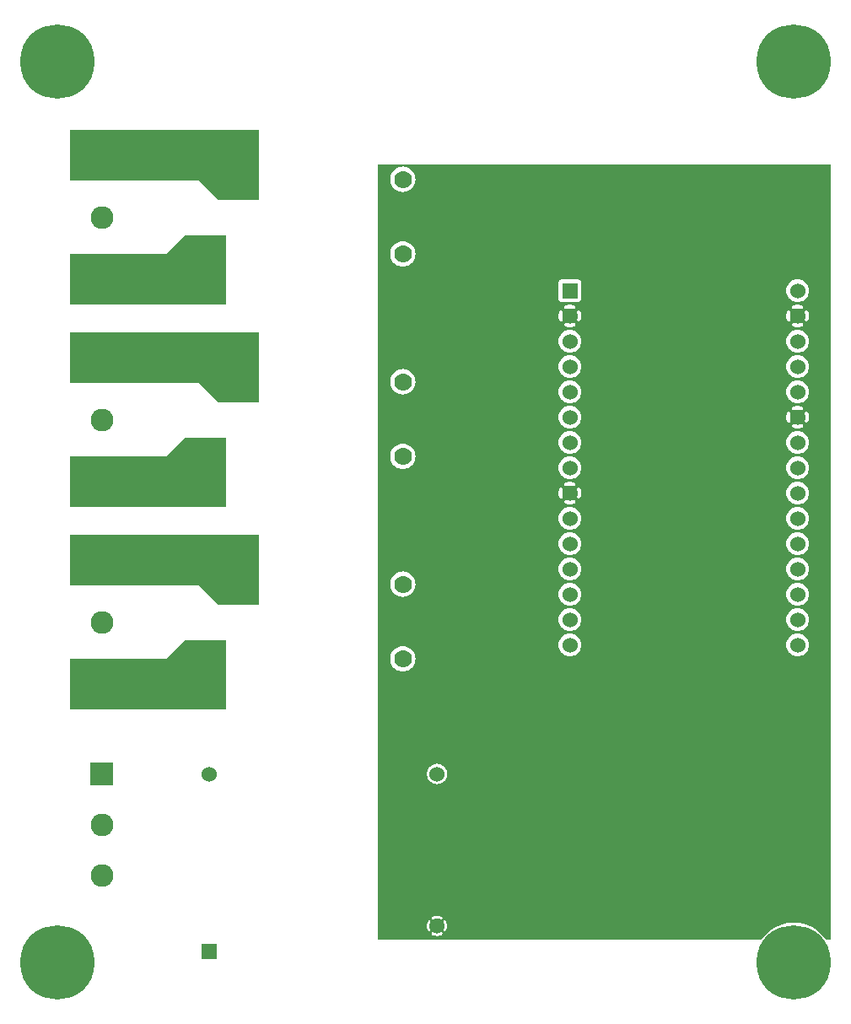
<source format=gbr>
G04 start of page 3 for group 1 idx 1 *
G04 Title: (unknown), bottom *
G04 Creator: pcb 4.0.2 *
G04 CreationDate: Thu Dec 31 16:53:57 2020 UTC *
G04 For: petersen *
G04 Format: Gerber/RS-274X *
G04 PCB-Dimensions (mil): 3250.00 3900.00 *
G04 PCB-Coordinate-Origin: lower left *
%MOIN*%
%FSLAX25Y25*%
%LNBOTTOM*%
%ADD41C,0.0300*%
%ADD40C,0.0380*%
%ADD39C,0.0520*%
%ADD38C,0.0400*%
%ADD37C,0.0550*%
%ADD36C,0.1285*%
%ADD35C,0.0200*%
%ADD34C,0.0360*%
%ADD33C,0.0600*%
%ADD32C,0.0820*%
%ADD31C,0.0700*%
%ADD30C,0.0900*%
%ADD29C,0.2937*%
%ADD28C,0.0001*%
G54D28*G36*
X22000Y246000D02*Y266000D01*
X96500D01*
Y246000D01*
X22000D01*
G37*
G36*
X96500Y238500D02*X80500D01*
X73000Y246000D01*
Y266000D01*
X96500D01*
Y238500D01*
G37*
G36*
X22000Y217000D02*X83000D01*
Y197000D01*
X22000D01*
Y217000D01*
G37*
G36*
Y326000D02*Y346000D01*
X96500D01*
Y326000D01*
X22000D01*
G37*
G36*
X96500Y318500D02*X80500D01*
X73000Y326000D01*
Y346000D01*
X96500D01*
Y318500D01*
G37*
G36*
X22000Y297000D02*X83000D01*
Y277000D01*
X22000D01*
Y297000D01*
G37*
G36*
X83500Y304500D02*Y277000D01*
X60000D01*
Y297000D01*
X67500Y304500D01*
X83500D01*
G37*
G36*
Y224500D02*Y197000D01*
X60000D01*
Y217000D01*
X67500Y224500D01*
X83500D01*
G37*
G36*
X22000Y166000D02*Y186000D01*
X96500D01*
Y166000D01*
X22000D01*
G37*
G36*
X96500Y158500D02*X80500D01*
X73000Y166000D01*
Y186000D01*
X96500D01*
Y158500D01*
G37*
G36*
X313113Y332500D02*X322500D01*
Y26000D01*
X320879D01*
X320728Y26247D01*
X319124Y28124D01*
X317247Y29728D01*
X315142Y31018D01*
X313113Y31858D01*
Y139802D01*
X313152Y139847D01*
X313522Y140451D01*
X313793Y141105D01*
X313958Y141794D01*
X314000Y142500D01*
X313958Y143206D01*
X313793Y143895D01*
X313522Y144549D01*
X313152Y145153D01*
X313113Y145198D01*
Y149802D01*
X313152Y149847D01*
X313522Y150451D01*
X313793Y151105D01*
X313958Y151794D01*
X314000Y152500D01*
X313958Y153206D01*
X313793Y153895D01*
X313522Y154549D01*
X313152Y155153D01*
X313113Y155198D01*
Y159802D01*
X313152Y159847D01*
X313522Y160451D01*
X313793Y161105D01*
X313958Y161794D01*
X314000Y162500D01*
X313958Y163206D01*
X313793Y163895D01*
X313522Y164549D01*
X313152Y165153D01*
X313113Y165198D01*
Y169802D01*
X313152Y169847D01*
X313522Y170451D01*
X313793Y171105D01*
X313958Y171794D01*
X314000Y172500D01*
X313958Y173206D01*
X313793Y173895D01*
X313522Y174549D01*
X313152Y175153D01*
X313113Y175198D01*
Y179802D01*
X313152Y179847D01*
X313522Y180451D01*
X313793Y181105D01*
X313958Y181794D01*
X314000Y182500D01*
X313958Y183206D01*
X313793Y183895D01*
X313522Y184549D01*
X313152Y185153D01*
X313113Y185198D01*
Y189802D01*
X313152Y189847D01*
X313522Y190451D01*
X313793Y191105D01*
X313958Y191794D01*
X314000Y192500D01*
X313958Y193206D01*
X313793Y193895D01*
X313522Y194549D01*
X313152Y195153D01*
X313113Y195198D01*
Y199802D01*
X313152Y199847D01*
X313522Y200451D01*
X313793Y201105D01*
X313958Y201794D01*
X314000Y202500D01*
X313958Y203206D01*
X313793Y203895D01*
X313522Y204549D01*
X313152Y205153D01*
X313113Y205198D01*
Y209802D01*
X313152Y209847D01*
X313522Y210451D01*
X313793Y211105D01*
X313958Y211794D01*
X314000Y212500D01*
X313958Y213206D01*
X313793Y213895D01*
X313522Y214549D01*
X313152Y215153D01*
X313113Y215198D01*
Y219802D01*
X313152Y219847D01*
X313522Y220451D01*
X313793Y221105D01*
X313958Y221794D01*
X314000Y222500D01*
X313958Y223206D01*
X313793Y223895D01*
X313522Y224549D01*
X313152Y225153D01*
X313113Y225198D01*
Y230353D01*
X313156Y230360D01*
X313268Y230397D01*
X313373Y230452D01*
X313468Y230522D01*
X313551Y230606D01*
X313619Y230702D01*
X313670Y230808D01*
X313818Y231216D01*
X313922Y231637D01*
X313984Y232067D01*
X314005Y232500D01*
X313984Y232933D01*
X313922Y233363D01*
X313818Y233784D01*
X313675Y234194D01*
X313622Y234300D01*
X313553Y234396D01*
X313470Y234481D01*
X313375Y234551D01*
X313269Y234606D01*
X313157Y234643D01*
X313113Y234651D01*
Y239802D01*
X313152Y239847D01*
X313522Y240451D01*
X313793Y241105D01*
X313958Y241794D01*
X314000Y242500D01*
X313958Y243206D01*
X313793Y243895D01*
X313522Y244549D01*
X313152Y245153D01*
X313113Y245198D01*
Y249802D01*
X313152Y249847D01*
X313522Y250451D01*
X313793Y251105D01*
X313958Y251794D01*
X314000Y252500D01*
X313958Y253206D01*
X313793Y253895D01*
X313522Y254549D01*
X313152Y255153D01*
X313113Y255198D01*
Y259802D01*
X313152Y259847D01*
X313522Y260451D01*
X313793Y261105D01*
X313958Y261794D01*
X314000Y262500D01*
X313958Y263206D01*
X313793Y263895D01*
X313522Y264549D01*
X313152Y265153D01*
X313113Y265198D01*
Y270353D01*
X313156Y270360D01*
X313268Y270397D01*
X313373Y270452D01*
X313468Y270522D01*
X313551Y270606D01*
X313619Y270702D01*
X313670Y270808D01*
X313818Y271216D01*
X313922Y271637D01*
X313984Y272067D01*
X314005Y272500D01*
X313984Y272933D01*
X313922Y273363D01*
X313818Y273784D01*
X313675Y274194D01*
X313622Y274300D01*
X313553Y274396D01*
X313470Y274481D01*
X313375Y274551D01*
X313269Y274606D01*
X313157Y274643D01*
X313113Y274651D01*
Y279802D01*
X313152Y279847D01*
X313522Y280451D01*
X313793Y281105D01*
X313958Y281794D01*
X314000Y282500D01*
X313958Y283206D01*
X313793Y283895D01*
X313522Y284549D01*
X313152Y285153D01*
X313113Y285198D01*
Y332500D01*
G37*
G36*
Y265198D02*X312692Y265692D01*
X312153Y266152D01*
X311549Y266522D01*
X310895Y266793D01*
X310206Y266958D01*
X309500Y267014D01*
X309493Y267013D01*
Y267995D01*
X309500Y267995D01*
X309933Y268016D01*
X310363Y268078D01*
X310784Y268182D01*
X311194Y268325D01*
X311300Y268378D01*
X311396Y268447D01*
X311481Y268530D01*
X311551Y268625D01*
X311606Y268731D01*
X311643Y268843D01*
X311663Y268960D01*
X311664Y269079D01*
X311646Y269196D01*
X311610Y269309D01*
X311557Y269415D01*
X311488Y269512D01*
X311405Y269596D01*
X311309Y269667D01*
X311204Y269721D01*
X311092Y269759D01*
X310975Y269778D01*
X310856Y269779D01*
X310739Y269761D01*
X310626Y269723D01*
X310355Y269624D01*
X310075Y269556D01*
X309789Y269514D01*
X309500Y269500D01*
X309493Y269500D01*
Y275500D01*
X309500Y275500D01*
X309789Y275486D01*
X310075Y275444D01*
X310355Y275376D01*
X310628Y275280D01*
X310739Y275242D01*
X310856Y275225D01*
X310974Y275225D01*
X311091Y275245D01*
X311203Y275282D01*
X311307Y275336D01*
X311402Y275406D01*
X311485Y275491D01*
X311554Y275587D01*
X311607Y275692D01*
X311643Y275805D01*
X311660Y275921D01*
X311659Y276039D01*
X311640Y276156D01*
X311603Y276268D01*
X311548Y276373D01*
X311478Y276468D01*
X311394Y276551D01*
X311298Y276619D01*
X311192Y276670D01*
X310784Y276818D01*
X310363Y276922D01*
X309933Y276984D01*
X309500Y277005D01*
X309493Y277005D01*
Y277987D01*
X309500Y277986D01*
X310206Y278042D01*
X310895Y278207D01*
X311549Y278478D01*
X312153Y278848D01*
X312692Y279308D01*
X313113Y279802D01*
Y274651D01*
X313040Y274663D01*
X312921Y274664D01*
X312804Y274646D01*
X312691Y274610D01*
X312585Y274557D01*
X312488Y274488D01*
X312404Y274405D01*
X312333Y274309D01*
X312279Y274204D01*
X312241Y274092D01*
X312222Y273975D01*
X312221Y273856D01*
X312239Y273739D01*
X312277Y273626D01*
X312376Y273355D01*
X312444Y273075D01*
X312486Y272789D01*
X312500Y272500D01*
X312486Y272211D01*
X312444Y271925D01*
X312376Y271645D01*
X312280Y271372D01*
X312242Y271261D01*
X312225Y271144D01*
X312225Y271026D01*
X312245Y270909D01*
X312282Y270797D01*
X312336Y270693D01*
X312406Y270598D01*
X312491Y270515D01*
X312587Y270446D01*
X312692Y270393D01*
X312805Y270357D01*
X312921Y270340D01*
X313039Y270341D01*
X313113Y270353D01*
Y265198D01*
G37*
G36*
Y255198D02*X312692Y255692D01*
X312153Y256152D01*
X311549Y256522D01*
X310895Y256793D01*
X310206Y256958D01*
X309500Y257014D01*
X309493Y257013D01*
Y257987D01*
X309500Y257986D01*
X310206Y258042D01*
X310895Y258207D01*
X311549Y258478D01*
X312153Y258848D01*
X312692Y259308D01*
X313113Y259802D01*
Y255198D01*
G37*
G36*
Y245198D02*X312692Y245692D01*
X312153Y246152D01*
X311549Y246522D01*
X310895Y246793D01*
X310206Y246958D01*
X309500Y247014D01*
X309493Y247013D01*
Y247987D01*
X309500Y247986D01*
X310206Y248042D01*
X310895Y248207D01*
X311549Y248478D01*
X312153Y248848D01*
X312692Y249308D01*
X313113Y249802D01*
Y245198D01*
G37*
G36*
Y225198D02*X312692Y225692D01*
X312153Y226152D01*
X311549Y226522D01*
X310895Y226793D01*
X310206Y226958D01*
X309500Y227014D01*
X309493Y227013D01*
Y227995D01*
X309500Y227995D01*
X309933Y228016D01*
X310363Y228078D01*
X310784Y228182D01*
X311194Y228325D01*
X311300Y228378D01*
X311396Y228447D01*
X311481Y228530D01*
X311551Y228625D01*
X311606Y228731D01*
X311643Y228843D01*
X311663Y228960D01*
X311664Y229079D01*
X311646Y229196D01*
X311610Y229309D01*
X311557Y229415D01*
X311488Y229512D01*
X311405Y229596D01*
X311309Y229667D01*
X311204Y229721D01*
X311092Y229759D01*
X310975Y229778D01*
X310856Y229779D01*
X310739Y229761D01*
X310626Y229723D01*
X310355Y229624D01*
X310075Y229556D01*
X309789Y229514D01*
X309500Y229500D01*
X309493Y229500D01*
Y235500D01*
X309500Y235500D01*
X309789Y235486D01*
X310075Y235444D01*
X310355Y235376D01*
X310628Y235280D01*
X310739Y235242D01*
X310856Y235225D01*
X310974Y235225D01*
X311091Y235245D01*
X311203Y235282D01*
X311307Y235336D01*
X311402Y235406D01*
X311485Y235491D01*
X311554Y235587D01*
X311607Y235692D01*
X311643Y235805D01*
X311660Y235921D01*
X311659Y236039D01*
X311640Y236156D01*
X311603Y236268D01*
X311548Y236373D01*
X311478Y236468D01*
X311394Y236551D01*
X311298Y236619D01*
X311192Y236670D01*
X310784Y236818D01*
X310363Y236922D01*
X309933Y236984D01*
X309500Y237005D01*
X309493Y237005D01*
Y237987D01*
X309500Y237986D01*
X310206Y238042D01*
X310895Y238207D01*
X311549Y238478D01*
X312153Y238848D01*
X312692Y239308D01*
X313113Y239802D01*
Y234651D01*
X313040Y234663D01*
X312921Y234664D01*
X312804Y234646D01*
X312691Y234610D01*
X312585Y234557D01*
X312488Y234488D01*
X312404Y234405D01*
X312333Y234309D01*
X312279Y234204D01*
X312241Y234092D01*
X312222Y233975D01*
X312221Y233856D01*
X312239Y233739D01*
X312277Y233626D01*
X312376Y233355D01*
X312444Y233075D01*
X312486Y232789D01*
X312500Y232500D01*
X312486Y232211D01*
X312444Y231925D01*
X312376Y231645D01*
X312280Y231372D01*
X312242Y231261D01*
X312225Y231144D01*
X312225Y231026D01*
X312245Y230909D01*
X312282Y230797D01*
X312336Y230693D01*
X312406Y230598D01*
X312491Y230515D01*
X312587Y230446D01*
X312692Y230393D01*
X312805Y230357D01*
X312921Y230340D01*
X313039Y230341D01*
X313113Y230353D01*
Y225198D01*
G37*
G36*
Y215198D02*X312692Y215692D01*
X312153Y216152D01*
X311549Y216522D01*
X310895Y216793D01*
X310206Y216958D01*
X309500Y217014D01*
X309493Y217013D01*
Y217987D01*
X309500Y217986D01*
X310206Y218042D01*
X310895Y218207D01*
X311549Y218478D01*
X312153Y218848D01*
X312692Y219308D01*
X313113Y219802D01*
Y215198D01*
G37*
G36*
Y205198D02*X312692Y205692D01*
X312153Y206152D01*
X311549Y206522D01*
X310895Y206793D01*
X310206Y206958D01*
X309500Y207014D01*
X309493Y207013D01*
Y207987D01*
X309500Y207986D01*
X310206Y208042D01*
X310895Y208207D01*
X311549Y208478D01*
X312153Y208848D01*
X312692Y209308D01*
X313113Y209802D01*
Y205198D01*
G37*
G36*
Y195198D02*X312692Y195692D01*
X312153Y196152D01*
X311549Y196522D01*
X310895Y196793D01*
X310206Y196958D01*
X309500Y197014D01*
X309493Y197013D01*
Y197987D01*
X309500Y197986D01*
X310206Y198042D01*
X310895Y198207D01*
X311549Y198478D01*
X312153Y198848D01*
X312692Y199308D01*
X313113Y199802D01*
Y195198D01*
G37*
G36*
Y185198D02*X312692Y185692D01*
X312153Y186152D01*
X311549Y186522D01*
X310895Y186793D01*
X310206Y186958D01*
X309500Y187014D01*
X309493Y187013D01*
Y187987D01*
X309500Y187986D01*
X310206Y188042D01*
X310895Y188207D01*
X311549Y188478D01*
X312153Y188848D01*
X312692Y189308D01*
X313113Y189802D01*
Y185198D01*
G37*
G36*
Y175198D02*X312692Y175692D01*
X312153Y176152D01*
X311549Y176522D01*
X310895Y176793D01*
X310206Y176958D01*
X309500Y177014D01*
X309493Y177013D01*
Y177987D01*
X309500Y177986D01*
X310206Y178042D01*
X310895Y178207D01*
X311549Y178478D01*
X312153Y178848D01*
X312692Y179308D01*
X313113Y179802D01*
Y175198D01*
G37*
G36*
Y165198D02*X312692Y165692D01*
X312153Y166152D01*
X311549Y166522D01*
X310895Y166793D01*
X310206Y166958D01*
X309500Y167014D01*
X309493Y167013D01*
Y167987D01*
X309500Y167986D01*
X310206Y168042D01*
X310895Y168207D01*
X311549Y168478D01*
X312153Y168848D01*
X312692Y169308D01*
X313113Y169802D01*
Y165198D01*
G37*
G36*
Y155198D02*X312692Y155692D01*
X312153Y156152D01*
X311549Y156522D01*
X310895Y156793D01*
X310206Y156958D01*
X309500Y157014D01*
X309493Y157013D01*
Y157987D01*
X309500Y157986D01*
X310206Y158042D01*
X310895Y158207D01*
X311549Y158478D01*
X312153Y158848D01*
X312692Y159308D01*
X313113Y159802D01*
Y155198D01*
G37*
G36*
Y145198D02*X312692Y145692D01*
X312153Y146152D01*
X311549Y146522D01*
X310895Y146793D01*
X310206Y146958D01*
X309500Y147014D01*
X309493Y147013D01*
Y147987D01*
X309500Y147986D01*
X310206Y148042D01*
X310895Y148207D01*
X311549Y148478D01*
X312153Y148848D01*
X312692Y149308D01*
X313113Y149802D01*
Y145198D01*
G37*
G36*
Y31858D02*X312862Y31962D01*
X310461Y32539D01*
X309493Y32615D01*
Y137987D01*
X309500Y137986D01*
X310206Y138042D01*
X310895Y138207D01*
X311549Y138478D01*
X312153Y138848D01*
X312692Y139308D01*
X313113Y139802D01*
Y31858D01*
G37*
G36*
X309493Y332500D02*X313113D01*
Y285198D01*
X312692Y285692D01*
X312153Y286152D01*
X311549Y286522D01*
X310895Y286793D01*
X310206Y286958D01*
X309500Y287014D01*
X309493Y287013D01*
Y332500D01*
G37*
G36*
X305887Y139802D02*X306308Y139308D01*
X306847Y138848D01*
X307451Y138478D01*
X308105Y138207D01*
X308794Y138042D01*
X309493Y137987D01*
Y32615D01*
X308000Y32732D01*
X305887Y32566D01*
Y139802D01*
G37*
G36*
Y149802D02*X306308Y149308D01*
X306847Y148848D01*
X307451Y148478D01*
X308105Y148207D01*
X308794Y148042D01*
X309493Y147987D01*
Y147013D01*
X308794Y146958D01*
X308105Y146793D01*
X307451Y146522D01*
X306847Y146152D01*
X306308Y145692D01*
X305887Y145198D01*
Y149802D01*
G37*
G36*
Y159802D02*X306308Y159308D01*
X306847Y158848D01*
X307451Y158478D01*
X308105Y158207D01*
X308794Y158042D01*
X309493Y157987D01*
Y157013D01*
X308794Y156958D01*
X308105Y156793D01*
X307451Y156522D01*
X306847Y156152D01*
X306308Y155692D01*
X305887Y155198D01*
Y159802D01*
G37*
G36*
Y169802D02*X306308Y169308D01*
X306847Y168848D01*
X307451Y168478D01*
X308105Y168207D01*
X308794Y168042D01*
X309493Y167987D01*
Y167013D01*
X308794Y166958D01*
X308105Y166793D01*
X307451Y166522D01*
X306847Y166152D01*
X306308Y165692D01*
X305887Y165198D01*
Y169802D01*
G37*
G36*
Y179802D02*X306308Y179308D01*
X306847Y178848D01*
X307451Y178478D01*
X308105Y178207D01*
X308794Y178042D01*
X309493Y177987D01*
Y177013D01*
X308794Y176958D01*
X308105Y176793D01*
X307451Y176522D01*
X306847Y176152D01*
X306308Y175692D01*
X305887Y175198D01*
Y179802D01*
G37*
G36*
Y189802D02*X306308Y189308D01*
X306847Y188848D01*
X307451Y188478D01*
X308105Y188207D01*
X308794Y188042D01*
X309493Y187987D01*
Y187013D01*
X308794Y186958D01*
X308105Y186793D01*
X307451Y186522D01*
X306847Y186152D01*
X306308Y185692D01*
X305887Y185198D01*
Y189802D01*
G37*
G36*
Y199802D02*X306308Y199308D01*
X306847Y198848D01*
X307451Y198478D01*
X308105Y198207D01*
X308794Y198042D01*
X309493Y197987D01*
Y197013D01*
X308794Y196958D01*
X308105Y196793D01*
X307451Y196522D01*
X306847Y196152D01*
X306308Y195692D01*
X305887Y195198D01*
Y199802D01*
G37*
G36*
Y209802D02*X306308Y209308D01*
X306847Y208848D01*
X307451Y208478D01*
X308105Y208207D01*
X308794Y208042D01*
X309493Y207987D01*
Y207013D01*
X308794Y206958D01*
X308105Y206793D01*
X307451Y206522D01*
X306847Y206152D01*
X306308Y205692D01*
X305887Y205198D01*
Y209802D01*
G37*
G36*
Y219802D02*X306308Y219308D01*
X306847Y218848D01*
X307451Y218478D01*
X308105Y218207D01*
X308794Y218042D01*
X309493Y217987D01*
Y217013D01*
X308794Y216958D01*
X308105Y216793D01*
X307451Y216522D01*
X306847Y216152D01*
X306308Y215692D01*
X305887Y215198D01*
Y219802D01*
G37*
G36*
Y239802D02*X306308Y239308D01*
X306847Y238848D01*
X307451Y238478D01*
X308105Y238207D01*
X308794Y238042D01*
X309493Y237987D01*
Y237005D01*
X309067Y236984D01*
X308637Y236922D01*
X308216Y236818D01*
X307806Y236675D01*
X307700Y236622D01*
X307604Y236553D01*
X307519Y236470D01*
X307449Y236375D01*
X307394Y236269D01*
X307357Y236157D01*
X307337Y236040D01*
X307336Y235921D01*
X307354Y235804D01*
X307390Y235691D01*
X307443Y235585D01*
X307512Y235488D01*
X307595Y235404D01*
X307691Y235333D01*
X307796Y235279D01*
X307908Y235241D01*
X308025Y235222D01*
X308144Y235221D01*
X308261Y235239D01*
X308374Y235277D01*
X308645Y235376D01*
X308925Y235444D01*
X309211Y235486D01*
X309493Y235500D01*
Y229500D01*
X309211Y229514D01*
X308925Y229556D01*
X308645Y229624D01*
X308372Y229720D01*
X308261Y229758D01*
X308144Y229775D01*
X308026Y229775D01*
X307909Y229755D01*
X307797Y229718D01*
X307693Y229664D01*
X307598Y229594D01*
X307515Y229509D01*
X307446Y229413D01*
X307393Y229308D01*
X307357Y229195D01*
X307340Y229079D01*
X307341Y228961D01*
X307360Y228844D01*
X307397Y228732D01*
X307452Y228627D01*
X307522Y228532D01*
X307606Y228449D01*
X307702Y228381D01*
X307808Y228330D01*
X308216Y228182D01*
X308637Y228078D01*
X309067Y228016D01*
X309493Y227995D01*
Y227013D01*
X308794Y226958D01*
X308105Y226793D01*
X307451Y226522D01*
X306847Y226152D01*
X306308Y225692D01*
X305887Y225198D01*
Y230349D01*
X305960Y230337D01*
X306079Y230336D01*
X306196Y230354D01*
X306309Y230390D01*
X306415Y230443D01*
X306512Y230512D01*
X306596Y230595D01*
X306667Y230691D01*
X306721Y230796D01*
X306759Y230908D01*
X306778Y231025D01*
X306779Y231144D01*
X306761Y231261D01*
X306723Y231374D01*
X306624Y231645D01*
X306556Y231925D01*
X306514Y232211D01*
X306500Y232500D01*
X306514Y232789D01*
X306556Y233075D01*
X306624Y233355D01*
X306720Y233628D01*
X306758Y233739D01*
X306775Y233856D01*
X306775Y233974D01*
X306755Y234091D01*
X306718Y234203D01*
X306664Y234307D01*
X306594Y234402D01*
X306509Y234485D01*
X306413Y234554D01*
X306308Y234607D01*
X306195Y234643D01*
X306079Y234660D01*
X305961Y234659D01*
X305887Y234647D01*
Y239802D01*
G37*
G36*
Y249802D02*X306308Y249308D01*
X306847Y248848D01*
X307451Y248478D01*
X308105Y248207D01*
X308794Y248042D01*
X309493Y247987D01*
Y247013D01*
X308794Y246958D01*
X308105Y246793D01*
X307451Y246522D01*
X306847Y246152D01*
X306308Y245692D01*
X305887Y245198D01*
Y249802D01*
G37*
G36*
Y259802D02*X306308Y259308D01*
X306847Y258848D01*
X307451Y258478D01*
X308105Y258207D01*
X308794Y258042D01*
X309493Y257987D01*
Y257013D01*
X308794Y256958D01*
X308105Y256793D01*
X307451Y256522D01*
X306847Y256152D01*
X306308Y255692D01*
X305887Y255198D01*
Y259802D01*
G37*
G36*
Y279802D02*X306308Y279308D01*
X306847Y278848D01*
X307451Y278478D01*
X308105Y278207D01*
X308794Y278042D01*
X309493Y277987D01*
Y277005D01*
X309067Y276984D01*
X308637Y276922D01*
X308216Y276818D01*
X307806Y276675D01*
X307700Y276622D01*
X307604Y276553D01*
X307519Y276470D01*
X307449Y276375D01*
X307394Y276269D01*
X307357Y276157D01*
X307337Y276040D01*
X307336Y275921D01*
X307354Y275804D01*
X307390Y275691D01*
X307443Y275585D01*
X307512Y275488D01*
X307595Y275404D01*
X307691Y275333D01*
X307796Y275279D01*
X307908Y275241D01*
X308025Y275222D01*
X308144Y275221D01*
X308261Y275239D01*
X308374Y275277D01*
X308645Y275376D01*
X308925Y275444D01*
X309211Y275486D01*
X309493Y275500D01*
Y269500D01*
X309211Y269514D01*
X308925Y269556D01*
X308645Y269624D01*
X308372Y269720D01*
X308261Y269758D01*
X308144Y269775D01*
X308026Y269775D01*
X307909Y269755D01*
X307797Y269718D01*
X307693Y269664D01*
X307598Y269594D01*
X307515Y269509D01*
X307446Y269413D01*
X307393Y269308D01*
X307357Y269195D01*
X307340Y269079D01*
X307341Y268961D01*
X307360Y268844D01*
X307397Y268732D01*
X307452Y268627D01*
X307522Y268532D01*
X307606Y268449D01*
X307702Y268381D01*
X307808Y268330D01*
X308216Y268182D01*
X308637Y268078D01*
X309067Y268016D01*
X309493Y267995D01*
Y267013D01*
X308794Y266958D01*
X308105Y266793D01*
X307451Y266522D01*
X306847Y266152D01*
X306308Y265692D01*
X305887Y265198D01*
Y270349D01*
X305960Y270337D01*
X306079Y270336D01*
X306196Y270354D01*
X306309Y270390D01*
X306415Y270443D01*
X306512Y270512D01*
X306596Y270595D01*
X306667Y270691D01*
X306721Y270796D01*
X306759Y270908D01*
X306778Y271025D01*
X306779Y271144D01*
X306761Y271261D01*
X306723Y271374D01*
X306624Y271645D01*
X306556Y271925D01*
X306514Y272211D01*
X306500Y272500D01*
X306514Y272789D01*
X306556Y273075D01*
X306624Y273355D01*
X306720Y273628D01*
X306758Y273739D01*
X306775Y273856D01*
X306775Y273974D01*
X306755Y274091D01*
X306718Y274203D01*
X306664Y274307D01*
X306594Y274402D01*
X306509Y274485D01*
X306413Y274554D01*
X306308Y274607D01*
X306195Y274643D01*
X306079Y274660D01*
X305961Y274659D01*
X305887Y274647D01*
Y279802D01*
G37*
G36*
Y332500D02*X309493D01*
Y287013D01*
X308794Y286958D01*
X308105Y286793D01*
X307451Y286522D01*
X306847Y286152D01*
X306308Y285692D01*
X305887Y285198D01*
Y332500D01*
G37*
G36*
X223113D02*X305887D01*
Y285198D01*
X305848Y285153D01*
X305478Y284549D01*
X305207Y283895D01*
X305042Y283206D01*
X304986Y282500D01*
X305042Y281794D01*
X305207Y281105D01*
X305478Y280451D01*
X305848Y279847D01*
X305887Y279802D01*
Y274647D01*
X305844Y274640D01*
X305732Y274603D01*
X305627Y274548D01*
X305532Y274478D01*
X305449Y274394D01*
X305381Y274298D01*
X305330Y274192D01*
X305182Y273784D01*
X305078Y273363D01*
X305016Y272933D01*
X304995Y272500D01*
X305016Y272067D01*
X305078Y271637D01*
X305182Y271216D01*
X305325Y270806D01*
X305378Y270700D01*
X305447Y270604D01*
X305530Y270519D01*
X305625Y270449D01*
X305731Y270394D01*
X305843Y270357D01*
X305887Y270349D01*
Y265198D01*
X305848Y265153D01*
X305478Y264549D01*
X305207Y263895D01*
X305042Y263206D01*
X304986Y262500D01*
X305042Y261794D01*
X305207Y261105D01*
X305478Y260451D01*
X305848Y259847D01*
X305887Y259802D01*
Y255198D01*
X305848Y255153D01*
X305478Y254549D01*
X305207Y253895D01*
X305042Y253206D01*
X304986Y252500D01*
X305042Y251794D01*
X305207Y251105D01*
X305478Y250451D01*
X305848Y249847D01*
X305887Y249802D01*
Y245198D01*
X305848Y245153D01*
X305478Y244549D01*
X305207Y243895D01*
X305042Y243206D01*
X304986Y242500D01*
X305042Y241794D01*
X305207Y241105D01*
X305478Y240451D01*
X305848Y239847D01*
X305887Y239802D01*
Y234647D01*
X305844Y234640D01*
X305732Y234603D01*
X305627Y234548D01*
X305532Y234478D01*
X305449Y234394D01*
X305381Y234298D01*
X305330Y234192D01*
X305182Y233784D01*
X305078Y233363D01*
X305016Y232933D01*
X304995Y232500D01*
X305016Y232067D01*
X305078Y231637D01*
X305182Y231216D01*
X305325Y230806D01*
X305378Y230700D01*
X305447Y230604D01*
X305530Y230519D01*
X305625Y230449D01*
X305731Y230394D01*
X305843Y230357D01*
X305887Y230349D01*
Y225198D01*
X305848Y225153D01*
X305478Y224549D01*
X305207Y223895D01*
X305042Y223206D01*
X304986Y222500D01*
X305042Y221794D01*
X305207Y221105D01*
X305478Y220451D01*
X305848Y219847D01*
X305887Y219802D01*
Y215198D01*
X305848Y215153D01*
X305478Y214549D01*
X305207Y213895D01*
X305042Y213206D01*
X304986Y212500D01*
X305042Y211794D01*
X305207Y211105D01*
X305478Y210451D01*
X305848Y209847D01*
X305887Y209802D01*
Y205198D01*
X305848Y205153D01*
X305478Y204549D01*
X305207Y203895D01*
X305042Y203206D01*
X304986Y202500D01*
X305042Y201794D01*
X305207Y201105D01*
X305478Y200451D01*
X305848Y199847D01*
X305887Y199802D01*
Y195198D01*
X305848Y195153D01*
X305478Y194549D01*
X305207Y193895D01*
X305042Y193206D01*
X304986Y192500D01*
X305042Y191794D01*
X305207Y191105D01*
X305478Y190451D01*
X305848Y189847D01*
X305887Y189802D01*
Y185198D01*
X305848Y185153D01*
X305478Y184549D01*
X305207Y183895D01*
X305042Y183206D01*
X304986Y182500D01*
X305042Y181794D01*
X305207Y181105D01*
X305478Y180451D01*
X305848Y179847D01*
X305887Y179802D01*
Y175198D01*
X305848Y175153D01*
X305478Y174549D01*
X305207Y173895D01*
X305042Y173206D01*
X304986Y172500D01*
X305042Y171794D01*
X305207Y171105D01*
X305478Y170451D01*
X305848Y169847D01*
X305887Y169802D01*
Y165198D01*
X305848Y165153D01*
X305478Y164549D01*
X305207Y163895D01*
X305042Y163206D01*
X304986Y162500D01*
X305042Y161794D01*
X305207Y161105D01*
X305478Y160451D01*
X305848Y159847D01*
X305887Y159802D01*
Y155198D01*
X305848Y155153D01*
X305478Y154549D01*
X305207Y153895D01*
X305042Y153206D01*
X304986Y152500D01*
X305042Y151794D01*
X305207Y151105D01*
X305478Y150451D01*
X305848Y149847D01*
X305887Y149802D01*
Y145198D01*
X305848Y145153D01*
X305478Y144549D01*
X305207Y143895D01*
X305042Y143206D01*
X304986Y142500D01*
X305042Y141794D01*
X305207Y141105D01*
X305478Y140451D01*
X305848Y139847D01*
X305887Y139802D01*
Y32566D01*
X305539Y32539D01*
X303138Y31962D01*
X300858Y31018D01*
X298753Y29728D01*
X296876Y28124D01*
X295272Y26247D01*
X295121Y26000D01*
X223113D01*
Y139802D01*
X223152Y139847D01*
X223522Y140451D01*
X223793Y141105D01*
X223958Y141794D01*
X224000Y142500D01*
X223958Y143206D01*
X223793Y143895D01*
X223522Y144549D01*
X223152Y145153D01*
X223113Y145198D01*
Y149802D01*
X223152Y149847D01*
X223522Y150451D01*
X223793Y151105D01*
X223958Y151794D01*
X224000Y152500D01*
X223958Y153206D01*
X223793Y153895D01*
X223522Y154549D01*
X223152Y155153D01*
X223113Y155198D01*
Y159802D01*
X223152Y159847D01*
X223522Y160451D01*
X223793Y161105D01*
X223958Y161794D01*
X224000Y162500D01*
X223958Y163206D01*
X223793Y163895D01*
X223522Y164549D01*
X223152Y165153D01*
X223113Y165198D01*
Y169802D01*
X223152Y169847D01*
X223522Y170451D01*
X223793Y171105D01*
X223958Y171794D01*
X224000Y172500D01*
X223958Y173206D01*
X223793Y173895D01*
X223522Y174549D01*
X223152Y175153D01*
X223113Y175198D01*
Y179802D01*
X223152Y179847D01*
X223522Y180451D01*
X223793Y181105D01*
X223958Y181794D01*
X224000Y182500D01*
X223958Y183206D01*
X223793Y183895D01*
X223522Y184549D01*
X223152Y185153D01*
X223113Y185198D01*
Y189802D01*
X223152Y189847D01*
X223522Y190451D01*
X223793Y191105D01*
X223958Y191794D01*
X224000Y192500D01*
X223958Y193206D01*
X223793Y193895D01*
X223522Y194549D01*
X223152Y195153D01*
X223113Y195198D01*
Y200353D01*
X223156Y200360D01*
X223268Y200397D01*
X223373Y200452D01*
X223468Y200522D01*
X223551Y200606D01*
X223619Y200702D01*
X223670Y200808D01*
X223818Y201216D01*
X223922Y201637D01*
X223984Y202067D01*
X224005Y202500D01*
X223984Y202933D01*
X223922Y203363D01*
X223818Y203784D01*
X223675Y204194D01*
X223622Y204300D01*
X223553Y204396D01*
X223470Y204481D01*
X223375Y204551D01*
X223269Y204606D01*
X223157Y204643D01*
X223113Y204651D01*
Y209802D01*
X223152Y209847D01*
X223522Y210451D01*
X223793Y211105D01*
X223958Y211794D01*
X224000Y212500D01*
X223958Y213206D01*
X223793Y213895D01*
X223522Y214549D01*
X223152Y215153D01*
X223113Y215198D01*
Y219802D01*
X223152Y219847D01*
X223522Y220451D01*
X223793Y221105D01*
X223958Y221794D01*
X224000Y222500D01*
X223958Y223206D01*
X223793Y223895D01*
X223522Y224549D01*
X223152Y225153D01*
X223113Y225198D01*
Y229802D01*
X223152Y229847D01*
X223522Y230451D01*
X223793Y231105D01*
X223958Y231794D01*
X224000Y232500D01*
X223958Y233206D01*
X223793Y233895D01*
X223522Y234549D01*
X223152Y235153D01*
X223113Y235198D01*
Y239802D01*
X223152Y239847D01*
X223522Y240451D01*
X223793Y241105D01*
X223958Y241794D01*
X224000Y242500D01*
X223958Y243206D01*
X223793Y243895D01*
X223522Y244549D01*
X223152Y245153D01*
X223113Y245198D01*
Y249802D01*
X223152Y249847D01*
X223522Y250451D01*
X223793Y251105D01*
X223958Y251794D01*
X224000Y252500D01*
X223958Y253206D01*
X223793Y253895D01*
X223522Y254549D01*
X223152Y255153D01*
X223113Y255198D01*
Y259802D01*
X223152Y259847D01*
X223522Y260451D01*
X223793Y261105D01*
X223958Y261794D01*
X224000Y262500D01*
X223958Y263206D01*
X223793Y263895D01*
X223522Y264549D01*
X223152Y265153D01*
X223113Y265198D01*
Y270353D01*
X223156Y270360D01*
X223268Y270397D01*
X223373Y270452D01*
X223468Y270522D01*
X223551Y270606D01*
X223619Y270702D01*
X223670Y270808D01*
X223818Y271216D01*
X223922Y271637D01*
X223984Y272067D01*
X224005Y272500D01*
X223984Y272933D01*
X223922Y273363D01*
X223818Y273784D01*
X223675Y274194D01*
X223622Y274300D01*
X223553Y274396D01*
X223470Y274481D01*
X223375Y274551D01*
X223269Y274606D01*
X223157Y274643D01*
X223113Y274651D01*
Y278130D01*
X223183Y278159D01*
X223384Y278283D01*
X223564Y278436D01*
X223717Y278616D01*
X223841Y278817D01*
X223931Y279035D01*
X223986Y279265D01*
X224000Y279500D01*
X223986Y285735D01*
X223931Y285965D01*
X223841Y286183D01*
X223717Y286384D01*
X223564Y286564D01*
X223384Y286717D01*
X223183Y286841D01*
X223113Y286870D01*
Y332500D01*
G37*
G36*
Y265198D02*X222692Y265692D01*
X222153Y266152D01*
X221549Y266522D01*
X220895Y266793D01*
X220206Y266958D01*
X219500Y267014D01*
Y267995D01*
X219933Y268016D01*
X220363Y268078D01*
X220784Y268182D01*
X221194Y268325D01*
X221300Y268378D01*
X221396Y268447D01*
X221481Y268530D01*
X221551Y268625D01*
X221606Y268731D01*
X221643Y268843D01*
X221663Y268960D01*
X221664Y269079D01*
X221646Y269196D01*
X221610Y269309D01*
X221557Y269415D01*
X221488Y269512D01*
X221405Y269596D01*
X221309Y269667D01*
X221204Y269721D01*
X221092Y269759D01*
X220975Y269778D01*
X220856Y269779D01*
X220739Y269761D01*
X220626Y269723D01*
X220355Y269624D01*
X220075Y269556D01*
X219789Y269514D01*
X219500Y269500D01*
Y275500D01*
X219789Y275486D01*
X220075Y275444D01*
X220355Y275376D01*
X220628Y275280D01*
X220739Y275242D01*
X220856Y275225D01*
X220974Y275225D01*
X221091Y275245D01*
X221203Y275282D01*
X221307Y275336D01*
X221402Y275406D01*
X221485Y275491D01*
X221554Y275587D01*
X221607Y275692D01*
X221643Y275805D01*
X221660Y275921D01*
X221659Y276039D01*
X221640Y276156D01*
X221603Y276268D01*
X221548Y276373D01*
X221478Y276468D01*
X221394Y276551D01*
X221298Y276619D01*
X221192Y276670D01*
X220784Y276818D01*
X220363Y276922D01*
X219933Y276984D01*
X219500Y277005D01*
Y278007D01*
X222735Y278014D01*
X222965Y278069D01*
X223113Y278130D01*
Y274651D01*
X223040Y274663D01*
X222921Y274664D01*
X222804Y274646D01*
X222691Y274610D01*
X222585Y274557D01*
X222488Y274488D01*
X222404Y274405D01*
X222333Y274309D01*
X222279Y274204D01*
X222241Y274092D01*
X222222Y273975D01*
X222221Y273856D01*
X222239Y273739D01*
X222277Y273626D01*
X222376Y273355D01*
X222444Y273075D01*
X222486Y272789D01*
X222500Y272500D01*
X222486Y272211D01*
X222444Y271925D01*
X222376Y271645D01*
X222280Y271372D01*
X222242Y271261D01*
X222225Y271144D01*
X222225Y271026D01*
X222245Y270909D01*
X222282Y270797D01*
X222336Y270693D01*
X222406Y270598D01*
X222491Y270515D01*
X222587Y270446D01*
X222692Y270393D01*
X222805Y270357D01*
X222921Y270340D01*
X223039Y270341D01*
X223113Y270353D01*
Y265198D01*
G37*
G36*
Y255198D02*X222692Y255692D01*
X222153Y256152D01*
X221549Y256522D01*
X220895Y256793D01*
X220206Y256958D01*
X219500Y257014D01*
Y257986D01*
X220206Y258042D01*
X220895Y258207D01*
X221549Y258478D01*
X222153Y258848D01*
X222692Y259308D01*
X223113Y259802D01*
Y255198D01*
G37*
G36*
Y245198D02*X222692Y245692D01*
X222153Y246152D01*
X221549Y246522D01*
X220895Y246793D01*
X220206Y246958D01*
X219500Y247014D01*
Y247986D01*
X220206Y248042D01*
X220895Y248207D01*
X221549Y248478D01*
X222153Y248848D01*
X222692Y249308D01*
X223113Y249802D01*
Y245198D01*
G37*
G36*
Y235198D02*X222692Y235692D01*
X222153Y236152D01*
X221549Y236522D01*
X220895Y236793D01*
X220206Y236958D01*
X219500Y237014D01*
Y237986D01*
X220206Y238042D01*
X220895Y238207D01*
X221549Y238478D01*
X222153Y238848D01*
X222692Y239308D01*
X223113Y239802D01*
Y235198D01*
G37*
G36*
Y225198D02*X222692Y225692D01*
X222153Y226152D01*
X221549Y226522D01*
X220895Y226793D01*
X220206Y226958D01*
X219500Y227014D01*
Y227986D01*
X220206Y228042D01*
X220895Y228207D01*
X221549Y228478D01*
X222153Y228848D01*
X222692Y229308D01*
X223113Y229802D01*
Y225198D01*
G37*
G36*
Y215198D02*X222692Y215692D01*
X222153Y216152D01*
X221549Y216522D01*
X220895Y216793D01*
X220206Y216958D01*
X219500Y217014D01*
Y217986D01*
X220206Y218042D01*
X220895Y218207D01*
X221549Y218478D01*
X222153Y218848D01*
X222692Y219308D01*
X223113Y219802D01*
Y215198D01*
G37*
G36*
Y195198D02*X222692Y195692D01*
X222153Y196152D01*
X221549Y196522D01*
X220895Y196793D01*
X220206Y196958D01*
X219500Y197014D01*
Y197995D01*
X219933Y198016D01*
X220363Y198078D01*
X220784Y198182D01*
X221194Y198325D01*
X221300Y198378D01*
X221396Y198447D01*
X221481Y198530D01*
X221551Y198625D01*
X221606Y198731D01*
X221643Y198843D01*
X221663Y198960D01*
X221664Y199079D01*
X221646Y199196D01*
X221610Y199309D01*
X221557Y199415D01*
X221488Y199512D01*
X221405Y199596D01*
X221309Y199667D01*
X221204Y199721D01*
X221092Y199759D01*
X220975Y199778D01*
X220856Y199779D01*
X220739Y199761D01*
X220626Y199723D01*
X220355Y199624D01*
X220075Y199556D01*
X219789Y199514D01*
X219500Y199500D01*
Y205500D01*
X219789Y205486D01*
X220075Y205444D01*
X220355Y205376D01*
X220628Y205280D01*
X220739Y205242D01*
X220856Y205225D01*
X220974Y205225D01*
X221091Y205245D01*
X221203Y205282D01*
X221307Y205336D01*
X221402Y205406D01*
X221485Y205491D01*
X221554Y205587D01*
X221607Y205692D01*
X221643Y205805D01*
X221660Y205921D01*
X221659Y206039D01*
X221640Y206156D01*
X221603Y206268D01*
X221548Y206373D01*
X221478Y206468D01*
X221394Y206551D01*
X221298Y206619D01*
X221192Y206670D01*
X220784Y206818D01*
X220363Y206922D01*
X219933Y206984D01*
X219500Y207005D01*
Y207986D01*
X220206Y208042D01*
X220895Y208207D01*
X221549Y208478D01*
X222153Y208848D01*
X222692Y209308D01*
X223113Y209802D01*
Y204651D01*
X223040Y204663D01*
X222921Y204664D01*
X222804Y204646D01*
X222691Y204610D01*
X222585Y204557D01*
X222488Y204488D01*
X222404Y204405D01*
X222333Y204309D01*
X222279Y204204D01*
X222241Y204092D01*
X222222Y203975D01*
X222221Y203856D01*
X222239Y203739D01*
X222277Y203626D01*
X222376Y203355D01*
X222444Y203075D01*
X222486Y202789D01*
X222500Y202500D01*
X222486Y202211D01*
X222444Y201925D01*
X222376Y201645D01*
X222280Y201372D01*
X222242Y201261D01*
X222225Y201144D01*
X222225Y201026D01*
X222245Y200909D01*
X222282Y200797D01*
X222336Y200693D01*
X222406Y200598D01*
X222491Y200515D01*
X222587Y200446D01*
X222692Y200393D01*
X222805Y200357D01*
X222921Y200340D01*
X223039Y200341D01*
X223113Y200353D01*
Y195198D01*
G37*
G36*
Y185198D02*X222692Y185692D01*
X222153Y186152D01*
X221549Y186522D01*
X220895Y186793D01*
X220206Y186958D01*
X219500Y187014D01*
Y187986D01*
X220206Y188042D01*
X220895Y188207D01*
X221549Y188478D01*
X222153Y188848D01*
X222692Y189308D01*
X223113Y189802D01*
Y185198D01*
G37*
G36*
Y175198D02*X222692Y175692D01*
X222153Y176152D01*
X221549Y176522D01*
X220895Y176793D01*
X220206Y176958D01*
X219500Y177014D01*
Y177986D01*
X220206Y178042D01*
X220895Y178207D01*
X221549Y178478D01*
X222153Y178848D01*
X222692Y179308D01*
X223113Y179802D01*
Y175198D01*
G37*
G36*
Y165198D02*X222692Y165692D01*
X222153Y166152D01*
X221549Y166522D01*
X220895Y166793D01*
X220206Y166958D01*
X219500Y167014D01*
Y167986D01*
X220206Y168042D01*
X220895Y168207D01*
X221549Y168478D01*
X222153Y168848D01*
X222692Y169308D01*
X223113Y169802D01*
Y165198D01*
G37*
G36*
Y155198D02*X222692Y155692D01*
X222153Y156152D01*
X221549Y156522D01*
X220895Y156793D01*
X220206Y156958D01*
X219500Y157014D01*
Y157986D01*
X220206Y158042D01*
X220895Y158207D01*
X221549Y158478D01*
X222153Y158848D01*
X222692Y159308D01*
X223113Y159802D01*
Y155198D01*
G37*
G36*
Y145198D02*X222692Y145692D01*
X222153Y146152D01*
X221549Y146522D01*
X220895Y146793D01*
X220206Y146958D01*
X219500Y147014D01*
Y147986D01*
X220206Y148042D01*
X220895Y148207D01*
X221549Y148478D01*
X222153Y148848D01*
X222692Y149308D01*
X223113Y149802D01*
Y145198D01*
G37*
G36*
Y26000D02*X219500D01*
Y137986D01*
X220206Y138042D01*
X220895Y138207D01*
X221549Y138478D01*
X222153Y138848D01*
X222692Y139308D01*
X223113Y139802D01*
Y26000D01*
G37*
G36*
X219500Y332500D02*X223113D01*
Y286870D01*
X222965Y286931D01*
X222735Y286986D01*
X222500Y287000D01*
X219500Y286993D01*
Y332500D01*
G37*
G36*
X215887Y139802D02*X216308Y139308D01*
X216847Y138848D01*
X217451Y138478D01*
X218105Y138207D01*
X218794Y138042D01*
X219500Y137986D01*
Y26000D01*
X215887D01*
Y139802D01*
G37*
G36*
Y149802D02*X216308Y149308D01*
X216847Y148848D01*
X217451Y148478D01*
X218105Y148207D01*
X218794Y148042D01*
X219500Y147986D01*
Y147014D01*
X218794Y146958D01*
X218105Y146793D01*
X217451Y146522D01*
X216847Y146152D01*
X216308Y145692D01*
X215887Y145198D01*
Y149802D01*
G37*
G36*
Y159802D02*X216308Y159308D01*
X216847Y158848D01*
X217451Y158478D01*
X218105Y158207D01*
X218794Y158042D01*
X219500Y157986D01*
Y157014D01*
X218794Y156958D01*
X218105Y156793D01*
X217451Y156522D01*
X216847Y156152D01*
X216308Y155692D01*
X215887Y155198D01*
Y159802D01*
G37*
G36*
Y169802D02*X216308Y169308D01*
X216847Y168848D01*
X217451Y168478D01*
X218105Y168207D01*
X218794Y168042D01*
X219500Y167986D01*
Y167014D01*
X218794Y166958D01*
X218105Y166793D01*
X217451Y166522D01*
X216847Y166152D01*
X216308Y165692D01*
X215887Y165198D01*
Y169802D01*
G37*
G36*
Y179802D02*X216308Y179308D01*
X216847Y178848D01*
X217451Y178478D01*
X218105Y178207D01*
X218794Y178042D01*
X219500Y177986D01*
Y177014D01*
X218794Y176958D01*
X218105Y176793D01*
X217451Y176522D01*
X216847Y176152D01*
X216308Y175692D01*
X215887Y175198D01*
Y179802D01*
G37*
G36*
Y189802D02*X216308Y189308D01*
X216847Y188848D01*
X217451Y188478D01*
X218105Y188207D01*
X218794Y188042D01*
X219500Y187986D01*
Y187014D01*
X218794Y186958D01*
X218105Y186793D01*
X217451Y186522D01*
X216847Y186152D01*
X216308Y185692D01*
X215887Y185198D01*
Y189802D01*
G37*
G36*
Y209802D02*X216308Y209308D01*
X216847Y208848D01*
X217451Y208478D01*
X218105Y208207D01*
X218794Y208042D01*
X219500Y207986D01*
Y207005D01*
X219067Y206984D01*
X218637Y206922D01*
X218216Y206818D01*
X217806Y206675D01*
X217700Y206622D01*
X217604Y206553D01*
X217519Y206470D01*
X217449Y206375D01*
X217394Y206269D01*
X217357Y206157D01*
X217337Y206040D01*
X217336Y205921D01*
X217354Y205804D01*
X217390Y205691D01*
X217443Y205585D01*
X217512Y205488D01*
X217595Y205404D01*
X217691Y205333D01*
X217796Y205279D01*
X217908Y205241D01*
X218025Y205222D01*
X218144Y205221D01*
X218261Y205239D01*
X218374Y205277D01*
X218645Y205376D01*
X218925Y205444D01*
X219211Y205486D01*
X219500Y205500D01*
Y199500D01*
X219211Y199514D01*
X218925Y199556D01*
X218645Y199624D01*
X218372Y199720D01*
X218261Y199758D01*
X218144Y199775D01*
X218026Y199775D01*
X217909Y199755D01*
X217797Y199718D01*
X217693Y199664D01*
X217598Y199594D01*
X217515Y199509D01*
X217446Y199413D01*
X217393Y199308D01*
X217357Y199195D01*
X217340Y199079D01*
X217341Y198961D01*
X217360Y198844D01*
X217397Y198732D01*
X217452Y198627D01*
X217522Y198532D01*
X217606Y198449D01*
X217702Y198381D01*
X217808Y198330D01*
X218216Y198182D01*
X218637Y198078D01*
X219067Y198016D01*
X219500Y197995D01*
Y197014D01*
X218794Y196958D01*
X218105Y196793D01*
X217451Y196522D01*
X216847Y196152D01*
X216308Y195692D01*
X215887Y195198D01*
Y200349D01*
X215960Y200337D01*
X216079Y200336D01*
X216196Y200354D01*
X216309Y200390D01*
X216415Y200443D01*
X216512Y200512D01*
X216596Y200595D01*
X216667Y200691D01*
X216721Y200796D01*
X216759Y200908D01*
X216778Y201025D01*
X216779Y201144D01*
X216761Y201261D01*
X216723Y201374D01*
X216624Y201645D01*
X216556Y201925D01*
X216514Y202211D01*
X216500Y202500D01*
X216514Y202789D01*
X216556Y203075D01*
X216624Y203355D01*
X216720Y203628D01*
X216758Y203739D01*
X216775Y203856D01*
X216775Y203974D01*
X216755Y204091D01*
X216718Y204203D01*
X216664Y204307D01*
X216594Y204402D01*
X216509Y204485D01*
X216413Y204554D01*
X216308Y204607D01*
X216195Y204643D01*
X216079Y204660D01*
X215961Y204659D01*
X215887Y204647D01*
Y209802D01*
G37*
G36*
Y219802D02*X216308Y219308D01*
X216847Y218848D01*
X217451Y218478D01*
X218105Y218207D01*
X218794Y218042D01*
X219500Y217986D01*
Y217014D01*
X218794Y216958D01*
X218105Y216793D01*
X217451Y216522D01*
X216847Y216152D01*
X216308Y215692D01*
X215887Y215198D01*
Y219802D01*
G37*
G36*
Y229802D02*X216308Y229308D01*
X216847Y228848D01*
X217451Y228478D01*
X218105Y228207D01*
X218794Y228042D01*
X219500Y227986D01*
Y227014D01*
X218794Y226958D01*
X218105Y226793D01*
X217451Y226522D01*
X216847Y226152D01*
X216308Y225692D01*
X215887Y225198D01*
Y229802D01*
G37*
G36*
Y239802D02*X216308Y239308D01*
X216847Y238848D01*
X217451Y238478D01*
X218105Y238207D01*
X218794Y238042D01*
X219500Y237986D01*
Y237014D01*
X218794Y236958D01*
X218105Y236793D01*
X217451Y236522D01*
X216847Y236152D01*
X216308Y235692D01*
X215887Y235198D01*
Y239802D01*
G37*
G36*
Y249802D02*X216308Y249308D01*
X216847Y248848D01*
X217451Y248478D01*
X218105Y248207D01*
X218794Y248042D01*
X219500Y247986D01*
Y247014D01*
X218794Y246958D01*
X218105Y246793D01*
X217451Y246522D01*
X216847Y246152D01*
X216308Y245692D01*
X215887Y245198D01*
Y249802D01*
G37*
G36*
Y259802D02*X216308Y259308D01*
X216847Y258848D01*
X217451Y258478D01*
X218105Y258207D01*
X218794Y258042D01*
X219500Y257986D01*
Y257014D01*
X218794Y256958D01*
X218105Y256793D01*
X217451Y256522D01*
X216847Y256152D01*
X216308Y255692D01*
X215887Y255198D01*
Y259802D01*
G37*
G36*
Y278130D02*X216035Y278069D01*
X216265Y278014D01*
X216500Y278000D01*
X219500Y278007D01*
Y277005D01*
X219067Y276984D01*
X218637Y276922D01*
X218216Y276818D01*
X217806Y276675D01*
X217700Y276622D01*
X217604Y276553D01*
X217519Y276470D01*
X217449Y276375D01*
X217394Y276269D01*
X217357Y276157D01*
X217337Y276040D01*
X217336Y275921D01*
X217354Y275804D01*
X217390Y275691D01*
X217443Y275585D01*
X217512Y275488D01*
X217595Y275404D01*
X217691Y275333D01*
X217796Y275279D01*
X217908Y275241D01*
X218025Y275222D01*
X218144Y275221D01*
X218261Y275239D01*
X218374Y275277D01*
X218645Y275376D01*
X218925Y275444D01*
X219211Y275486D01*
X219500Y275500D01*
Y269500D01*
X219211Y269514D01*
X218925Y269556D01*
X218645Y269624D01*
X218372Y269720D01*
X218261Y269758D01*
X218144Y269775D01*
X218026Y269775D01*
X217909Y269755D01*
X217797Y269718D01*
X217693Y269664D01*
X217598Y269594D01*
X217515Y269509D01*
X217446Y269413D01*
X217393Y269308D01*
X217357Y269195D01*
X217340Y269079D01*
X217341Y268961D01*
X217360Y268844D01*
X217397Y268732D01*
X217452Y268627D01*
X217522Y268532D01*
X217606Y268449D01*
X217702Y268381D01*
X217808Y268330D01*
X218216Y268182D01*
X218637Y268078D01*
X219067Y268016D01*
X219500Y267995D01*
Y267014D01*
X218794Y266958D01*
X218105Y266793D01*
X217451Y266522D01*
X216847Y266152D01*
X216308Y265692D01*
X215887Y265198D01*
Y270349D01*
X215960Y270337D01*
X216079Y270336D01*
X216196Y270354D01*
X216309Y270390D01*
X216415Y270443D01*
X216512Y270512D01*
X216596Y270595D01*
X216667Y270691D01*
X216721Y270796D01*
X216759Y270908D01*
X216778Y271025D01*
X216779Y271144D01*
X216761Y271261D01*
X216723Y271374D01*
X216624Y271645D01*
X216556Y271925D01*
X216514Y272211D01*
X216500Y272500D01*
X216514Y272789D01*
X216556Y273075D01*
X216624Y273355D01*
X216720Y273628D01*
X216758Y273739D01*
X216775Y273856D01*
X216775Y273974D01*
X216755Y274091D01*
X216718Y274203D01*
X216664Y274307D01*
X216594Y274402D01*
X216509Y274485D01*
X216413Y274554D01*
X216308Y274607D01*
X216195Y274643D01*
X216079Y274660D01*
X215961Y274659D01*
X215887Y274647D01*
Y278130D01*
G37*
G36*
Y332500D02*X219500D01*
Y286993D01*
X216265Y286986D01*
X216035Y286931D01*
X215887Y286870D01*
Y332500D01*
G37*
G36*
X170284D02*X215887D01*
Y286870D01*
X215817Y286841D01*
X215616Y286717D01*
X215436Y286564D01*
X215283Y286384D01*
X215159Y286183D01*
X215069Y285965D01*
X215014Y285735D01*
X215000Y285500D01*
X215014Y279265D01*
X215069Y279035D01*
X215159Y278817D01*
X215283Y278616D01*
X215436Y278436D01*
X215616Y278283D01*
X215817Y278159D01*
X215887Y278130D01*
Y274647D01*
X215844Y274640D01*
X215732Y274603D01*
X215627Y274548D01*
X215532Y274478D01*
X215449Y274394D01*
X215381Y274298D01*
X215330Y274192D01*
X215182Y273784D01*
X215078Y273363D01*
X215016Y272933D01*
X214995Y272500D01*
X215016Y272067D01*
X215078Y271637D01*
X215182Y271216D01*
X215325Y270806D01*
X215378Y270700D01*
X215447Y270604D01*
X215530Y270519D01*
X215625Y270449D01*
X215731Y270394D01*
X215843Y270357D01*
X215887Y270349D01*
Y265198D01*
X215848Y265153D01*
X215478Y264549D01*
X215207Y263895D01*
X215042Y263206D01*
X214986Y262500D01*
X215042Y261794D01*
X215207Y261105D01*
X215478Y260451D01*
X215848Y259847D01*
X215887Y259802D01*
Y255198D01*
X215848Y255153D01*
X215478Y254549D01*
X215207Y253895D01*
X215042Y253206D01*
X214986Y252500D01*
X215042Y251794D01*
X215207Y251105D01*
X215478Y250451D01*
X215848Y249847D01*
X215887Y249802D01*
Y245198D01*
X215848Y245153D01*
X215478Y244549D01*
X215207Y243895D01*
X215042Y243206D01*
X214986Y242500D01*
X215042Y241794D01*
X215207Y241105D01*
X215478Y240451D01*
X215848Y239847D01*
X215887Y239802D01*
Y235198D01*
X215848Y235153D01*
X215478Y234549D01*
X215207Y233895D01*
X215042Y233206D01*
X214986Y232500D01*
X215042Y231794D01*
X215207Y231105D01*
X215478Y230451D01*
X215848Y229847D01*
X215887Y229802D01*
Y225198D01*
X215848Y225153D01*
X215478Y224549D01*
X215207Y223895D01*
X215042Y223206D01*
X214986Y222500D01*
X215042Y221794D01*
X215207Y221105D01*
X215478Y220451D01*
X215848Y219847D01*
X215887Y219802D01*
Y215198D01*
X215848Y215153D01*
X215478Y214549D01*
X215207Y213895D01*
X215042Y213206D01*
X214986Y212500D01*
X215042Y211794D01*
X215207Y211105D01*
X215478Y210451D01*
X215848Y209847D01*
X215887Y209802D01*
Y204647D01*
X215844Y204640D01*
X215732Y204603D01*
X215627Y204548D01*
X215532Y204478D01*
X215449Y204394D01*
X215381Y204298D01*
X215330Y204192D01*
X215182Y203784D01*
X215078Y203363D01*
X215016Y202933D01*
X214995Y202500D01*
X215016Y202067D01*
X215078Y201637D01*
X215182Y201216D01*
X215325Y200806D01*
X215378Y200700D01*
X215447Y200604D01*
X215530Y200519D01*
X215625Y200449D01*
X215731Y200394D01*
X215843Y200357D01*
X215887Y200349D01*
Y195198D01*
X215848Y195153D01*
X215478Y194549D01*
X215207Y193895D01*
X215042Y193206D01*
X214986Y192500D01*
X215042Y191794D01*
X215207Y191105D01*
X215478Y190451D01*
X215848Y189847D01*
X215887Y189802D01*
Y185198D01*
X215848Y185153D01*
X215478Y184549D01*
X215207Y183895D01*
X215042Y183206D01*
X214986Y182500D01*
X215042Y181794D01*
X215207Y181105D01*
X215478Y180451D01*
X215848Y179847D01*
X215887Y179802D01*
Y175198D01*
X215848Y175153D01*
X215478Y174549D01*
X215207Y173895D01*
X215042Y173206D01*
X214986Y172500D01*
X215042Y171794D01*
X215207Y171105D01*
X215478Y170451D01*
X215848Y169847D01*
X215887Y169802D01*
Y165198D01*
X215848Y165153D01*
X215478Y164549D01*
X215207Y163895D01*
X215042Y163206D01*
X214986Y162500D01*
X215042Y161794D01*
X215207Y161105D01*
X215478Y160451D01*
X215848Y159847D01*
X215887Y159802D01*
Y155198D01*
X215848Y155153D01*
X215478Y154549D01*
X215207Y153895D01*
X215042Y153206D01*
X214986Y152500D01*
X215042Y151794D01*
X215207Y151105D01*
X215478Y150451D01*
X215848Y149847D01*
X215887Y149802D01*
Y145198D01*
X215848Y145153D01*
X215478Y144549D01*
X215207Y143895D01*
X215042Y143206D01*
X214986Y142500D01*
X215042Y141794D01*
X215207Y141105D01*
X215478Y140451D01*
X215848Y139847D01*
X215887Y139802D01*
Y26000D01*
X170284D01*
Y29369D01*
X170287Y29370D01*
X170355Y29409D01*
X170416Y29458D01*
X170469Y29517D01*
X170511Y29583D01*
X170674Y29908D01*
X170803Y30248D01*
X170901Y30598D01*
X170967Y30956D01*
X171000Y31318D01*
Y31682D01*
X170967Y32044D01*
X170901Y32402D01*
X170803Y32752D01*
X170674Y33092D01*
X170515Y33419D01*
X170472Y33485D01*
X170419Y33544D01*
X170357Y33594D01*
X170288Y33633D01*
X170284Y33635D01*
Y89203D01*
X170575Y89678D01*
X170816Y90260D01*
X170963Y90872D01*
X171000Y91500D01*
X170963Y92128D01*
X170816Y92740D01*
X170575Y93322D01*
X170284Y93797D01*
Y332500D01*
G37*
G36*
Y26000D02*X167002D01*
Y27500D01*
X167182D01*
X167544Y27533D01*
X167902Y27599D01*
X168252Y27697D01*
X168592Y27826D01*
X168919Y27985D01*
X168985Y28028D01*
X169044Y28081D01*
X169094Y28143D01*
X169133Y28212D01*
X169161Y28286D01*
X169177Y28363D01*
X169181Y28442D01*
X169173Y28521D01*
X169152Y28597D01*
X169120Y28670D01*
X169077Y28736D01*
X169024Y28795D01*
X168962Y28844D01*
X168893Y28884D01*
X168819Y28912D01*
X168742Y28928D01*
X168663Y28932D01*
X168584Y28924D01*
X168507Y28903D01*
X168436Y28870D01*
X168193Y28747D01*
X167938Y28650D01*
X167676Y28577D01*
X167408Y28528D01*
X167136Y28503D01*
X167002D01*
Y34497D01*
X167136D01*
X167408Y34472D01*
X167676Y34423D01*
X167938Y34350D01*
X168193Y34253D01*
X168437Y34133D01*
X168509Y34100D01*
X168584Y34079D01*
X168663Y34071D01*
X168741Y34075D01*
X168818Y34091D01*
X168892Y34119D01*
X168960Y34158D01*
X169021Y34207D01*
X169074Y34266D01*
X169117Y34332D01*
X169149Y34404D01*
X169170Y34480D01*
X169178Y34558D01*
X169174Y34636D01*
X169158Y34713D01*
X169130Y34787D01*
X169091Y34855D01*
X169042Y34916D01*
X168983Y34969D01*
X168917Y35011D01*
X168592Y35174D01*
X168252Y35303D01*
X167902Y35401D01*
X167544Y35467D01*
X167182Y35500D01*
X167002D01*
Y87488D01*
X167628Y87537D01*
X168240Y87684D01*
X168822Y87925D01*
X169358Y88254D01*
X169837Y88663D01*
X170246Y89142D01*
X170284Y89203D01*
Y33635D01*
X170214Y33661D01*
X170137Y33677D01*
X170058Y33681D01*
X169979Y33673D01*
X169903Y33652D01*
X169830Y33620D01*
X169764Y33577D01*
X169705Y33524D01*
X169656Y33462D01*
X169616Y33393D01*
X169588Y33319D01*
X169572Y33242D01*
X169568Y33163D01*
X169576Y33084D01*
X169597Y33007D01*
X169630Y32936D01*
X169753Y32693D01*
X169850Y32438D01*
X169923Y32176D01*
X169972Y31908D01*
X169997Y31636D01*
Y31364D01*
X169972Y31092D01*
X169923Y30824D01*
X169850Y30562D01*
X169753Y30307D01*
X169633Y30063D01*
X169600Y29991D01*
X169579Y29915D01*
X169571Y29837D01*
X169575Y29759D01*
X169591Y29682D01*
X169619Y29608D01*
X169658Y29540D01*
X169707Y29479D01*
X169766Y29426D01*
X169832Y29383D01*
X169904Y29351D01*
X169980Y29330D01*
X170058Y29322D01*
X170136Y29326D01*
X170213Y29342D01*
X170284Y29369D01*
Y26000D01*
G37*
G36*
X167002Y332500D02*X170284D01*
Y93797D01*
X170246Y93858D01*
X169837Y94337D01*
X169358Y94746D01*
X168822Y95075D01*
X168240Y95316D01*
X167628Y95463D01*
X167002Y95512D01*
Y332500D01*
G37*
G36*
X163716Y89203D02*X163754Y89142D01*
X164163Y88663D01*
X164642Y88254D01*
X165178Y87925D01*
X165760Y87684D01*
X166372Y87537D01*
X167000Y87488D01*
X167002Y87488D01*
Y35500D01*
X166818D01*
X166456Y35467D01*
X166098Y35401D01*
X165748Y35303D01*
X165408Y35174D01*
X165081Y35015D01*
X165015Y34972D01*
X164956Y34919D01*
X164906Y34857D01*
X164867Y34788D01*
X164839Y34714D01*
X164823Y34637D01*
X164819Y34558D01*
X164827Y34479D01*
X164848Y34403D01*
X164880Y34330D01*
X164923Y34264D01*
X164976Y34205D01*
X165038Y34156D01*
X165107Y34116D01*
X165181Y34088D01*
X165258Y34072D01*
X165337Y34068D01*
X165416Y34076D01*
X165493Y34097D01*
X165564Y34130D01*
X165807Y34253D01*
X166062Y34350D01*
X166324Y34423D01*
X166592Y34472D01*
X166864Y34497D01*
X167002D01*
Y28503D01*
X166864D01*
X166592Y28528D01*
X166324Y28577D01*
X166062Y28650D01*
X165807Y28747D01*
X165563Y28867D01*
X165491Y28900D01*
X165415Y28921D01*
X165337Y28929D01*
X165259Y28925D01*
X165182Y28909D01*
X165108Y28881D01*
X165040Y28842D01*
X164979Y28793D01*
X164926Y28734D01*
X164883Y28668D01*
X164851Y28596D01*
X164830Y28520D01*
X164822Y28442D01*
X164826Y28364D01*
X164842Y28287D01*
X164870Y28213D01*
X164909Y28145D01*
X164958Y28084D01*
X165017Y28031D01*
X165083Y27989D01*
X165408Y27826D01*
X165748Y27697D01*
X166098Y27599D01*
X166456Y27533D01*
X166818Y27500D01*
X167002D01*
Y26000D01*
X163716D01*
Y29365D01*
X163786Y29339D01*
X163863Y29323D01*
X163942Y29319D01*
X164021Y29327D01*
X164097Y29348D01*
X164170Y29380D01*
X164236Y29423D01*
X164295Y29476D01*
X164344Y29538D01*
X164384Y29607D01*
X164412Y29681D01*
X164428Y29758D01*
X164432Y29837D01*
X164424Y29916D01*
X164403Y29993D01*
X164370Y30064D01*
X164247Y30307D01*
X164150Y30562D01*
X164077Y30824D01*
X164028Y31092D01*
X164003Y31364D01*
Y31636D01*
X164028Y31908D01*
X164077Y32176D01*
X164150Y32438D01*
X164247Y32693D01*
X164367Y32937D01*
X164400Y33009D01*
X164421Y33085D01*
X164429Y33163D01*
X164425Y33241D01*
X164409Y33318D01*
X164381Y33392D01*
X164342Y33460D01*
X164293Y33521D01*
X164234Y33574D01*
X164168Y33617D01*
X164096Y33649D01*
X164020Y33670D01*
X163942Y33678D01*
X163864Y33674D01*
X163787Y33658D01*
X163716Y33631D01*
Y89203D01*
G37*
G36*
Y332500D02*X167002D01*
Y95512D01*
X167000Y95512D01*
X166372Y95463D01*
X165760Y95316D01*
X165178Y95075D01*
X164642Y94746D01*
X164163Y94337D01*
X163754Y93858D01*
X163716Y93797D01*
Y332500D01*
G37*
G36*
X153492D02*X163716D01*
Y93797D01*
X163425Y93322D01*
X163184Y92740D01*
X163037Y92128D01*
X162988Y91500D01*
X163037Y90872D01*
X163184Y90260D01*
X163425Y89678D01*
X163716Y89203D01*
Y33631D01*
X163713Y33630D01*
X163645Y33591D01*
X163584Y33542D01*
X163531Y33483D01*
X163489Y33417D01*
X163326Y33092D01*
X163197Y32752D01*
X163099Y32402D01*
X163033Y32044D01*
X163000Y31682D01*
Y31318D01*
X163033Y30956D01*
X163099Y30598D01*
X163197Y30248D01*
X163326Y29908D01*
X163485Y29581D01*
X163528Y29515D01*
X163581Y29456D01*
X163643Y29406D01*
X163712Y29367D01*
X163716Y29365D01*
Y26000D01*
X153492D01*
Y131958D01*
X153500Y131957D01*
X154285Y132019D01*
X155050Y132202D01*
X155777Y132504D01*
X156448Y132915D01*
X157046Y133426D01*
X157558Y134024D01*
X157969Y134695D01*
X158270Y135423D01*
X158454Y136188D01*
X158500Y136972D01*
X158454Y137757D01*
X158270Y138522D01*
X157969Y139249D01*
X157558Y139920D01*
X157046Y140519D01*
X156448Y141030D01*
X155777Y141441D01*
X155050Y141742D01*
X154285Y141926D01*
X153500Y141988D01*
X153492Y141987D01*
Y161485D01*
X153500Y161485D01*
X154285Y161546D01*
X155050Y161730D01*
X155777Y162031D01*
X156448Y162442D01*
X157046Y162954D01*
X157558Y163552D01*
X157969Y164223D01*
X158270Y164950D01*
X158454Y165715D01*
X158500Y166500D01*
X158454Y167285D01*
X158270Y168050D01*
X157969Y168777D01*
X157558Y169448D01*
X157046Y170046D01*
X156448Y170558D01*
X155777Y170969D01*
X155050Y171270D01*
X154285Y171454D01*
X153500Y171515D01*
X153492Y171515D01*
Y211958D01*
X153500Y211957D01*
X154285Y212019D01*
X155050Y212202D01*
X155777Y212504D01*
X156448Y212915D01*
X157046Y213426D01*
X157558Y214024D01*
X157969Y214695D01*
X158270Y215423D01*
X158454Y216188D01*
X158500Y216972D01*
X158454Y217757D01*
X158270Y218522D01*
X157969Y219249D01*
X157558Y219920D01*
X157046Y220519D01*
X156448Y221030D01*
X155777Y221441D01*
X155050Y221742D01*
X154285Y221926D01*
X153500Y221988D01*
X153492Y221987D01*
Y241485D01*
X153500Y241485D01*
X154285Y241546D01*
X155050Y241730D01*
X155777Y242031D01*
X156448Y242442D01*
X157046Y242954D01*
X157558Y243552D01*
X157969Y244223D01*
X158270Y244950D01*
X158454Y245715D01*
X158500Y246500D01*
X158454Y247285D01*
X158270Y248050D01*
X157969Y248777D01*
X157558Y249448D01*
X157046Y250046D01*
X156448Y250558D01*
X155777Y250969D01*
X155050Y251270D01*
X154285Y251454D01*
X153500Y251515D01*
X153492Y251515D01*
Y291958D01*
X153500Y291957D01*
X154285Y292019D01*
X155050Y292202D01*
X155777Y292504D01*
X156448Y292915D01*
X157046Y293426D01*
X157558Y294024D01*
X157969Y294695D01*
X158270Y295423D01*
X158454Y296188D01*
X158500Y296972D01*
X158454Y297757D01*
X158270Y298522D01*
X157969Y299249D01*
X157558Y299920D01*
X157046Y300519D01*
X156448Y301030D01*
X155777Y301441D01*
X155050Y301742D01*
X154285Y301926D01*
X153500Y301988D01*
X153492Y301987D01*
Y321485D01*
X153500Y321485D01*
X154285Y321546D01*
X155050Y321730D01*
X155777Y322031D01*
X156448Y322442D01*
X157046Y322954D01*
X157558Y323552D01*
X157969Y324223D01*
X158270Y324950D01*
X158454Y325715D01*
X158500Y326500D01*
X158454Y327285D01*
X158270Y328050D01*
X157969Y328777D01*
X157558Y329448D01*
X157046Y330046D01*
X156448Y330558D01*
X155777Y330969D01*
X155050Y331270D01*
X154285Y331454D01*
X153500Y331515D01*
X153492Y331515D01*
Y332500D01*
G37*
G36*
X143500Y26000D02*Y332500D01*
X153492D01*
Y331515D01*
X152715Y331454D01*
X151950Y331270D01*
X151223Y330969D01*
X150552Y330558D01*
X149954Y330046D01*
X149442Y329448D01*
X149031Y328777D01*
X148730Y328050D01*
X148546Y327285D01*
X148485Y326500D01*
X148546Y325715D01*
X148730Y324950D01*
X149031Y324223D01*
X149442Y323552D01*
X149954Y322954D01*
X150552Y322442D01*
X151223Y322031D01*
X151950Y321730D01*
X152715Y321546D01*
X153492Y321485D01*
Y301987D01*
X152715Y301926D01*
X151950Y301742D01*
X151223Y301441D01*
X150552Y301030D01*
X149954Y300519D01*
X149442Y299920D01*
X149031Y299249D01*
X148730Y298522D01*
X148546Y297757D01*
X148485Y296972D01*
X148546Y296188D01*
X148730Y295423D01*
X149031Y294695D01*
X149442Y294024D01*
X149954Y293426D01*
X150552Y292915D01*
X151223Y292504D01*
X151950Y292202D01*
X152715Y292019D01*
X153492Y291958D01*
Y251515D01*
X152715Y251454D01*
X151950Y251270D01*
X151223Y250969D01*
X150552Y250558D01*
X149954Y250046D01*
X149442Y249448D01*
X149031Y248777D01*
X148730Y248050D01*
X148546Y247285D01*
X148485Y246500D01*
X148546Y245715D01*
X148730Y244950D01*
X149031Y244223D01*
X149442Y243552D01*
X149954Y242954D01*
X150552Y242442D01*
X151223Y242031D01*
X151950Y241730D01*
X152715Y241546D01*
X153492Y241485D01*
Y221987D01*
X152715Y221926D01*
X151950Y221742D01*
X151223Y221441D01*
X150552Y221030D01*
X149954Y220519D01*
X149442Y219920D01*
X149031Y219249D01*
X148730Y218522D01*
X148546Y217757D01*
X148485Y216972D01*
X148546Y216188D01*
X148730Y215423D01*
X149031Y214695D01*
X149442Y214024D01*
X149954Y213426D01*
X150552Y212915D01*
X151223Y212504D01*
X151950Y212202D01*
X152715Y212019D01*
X153492Y211958D01*
Y171515D01*
X152715Y171454D01*
X151950Y171270D01*
X151223Y170969D01*
X150552Y170558D01*
X149954Y170046D01*
X149442Y169448D01*
X149031Y168777D01*
X148730Y168050D01*
X148546Y167285D01*
X148485Y166500D01*
X148546Y165715D01*
X148730Y164950D01*
X149031Y164223D01*
X149442Y163552D01*
X149954Y162954D01*
X150552Y162442D01*
X151223Y162031D01*
X151950Y161730D01*
X152715Y161546D01*
X153492Y161485D01*
Y141987D01*
X152715Y141926D01*
X151950Y141742D01*
X151223Y141441D01*
X150552Y141030D01*
X149954Y140519D01*
X149442Y139920D01*
X149031Y139249D01*
X148730Y138522D01*
X148546Y137757D01*
X148485Y136972D01*
X148546Y136188D01*
X148730Y135423D01*
X149031Y134695D01*
X149442Y134024D01*
X149954Y133426D01*
X150552Y132915D01*
X151223Y132504D01*
X151950Y132202D01*
X152715Y132019D01*
X153492Y131958D01*
Y26000D01*
X143500D01*
G37*
G36*
X22000Y137000D02*X83000D01*
Y117000D01*
X22000D01*
Y137000D01*
G37*
G36*
X83500Y144500D02*Y117000D01*
X60000D01*
Y137000D01*
X67500Y144500D01*
X83500D01*
G37*
G54D29*X308000Y373000D03*
X17000D03*
G54D28*G36*
X30000Y296000D02*Y287000D01*
X39000D01*
Y296000D01*
X30000D01*
G37*
G54D30*X34500Y311500D03*
Y331500D03*
G54D31*X153500Y326500D03*
Y296972D03*
G54D32*X88539Y326500D03*
X74760Y296972D03*
G54D28*G36*
X216500Y285500D02*Y279500D01*
X222500D01*
Y285500D01*
X216500D01*
G37*
G54D33*X219500Y272500D03*
Y262500D03*
Y252500D03*
Y242500D03*
Y232500D03*
Y222500D03*
Y212500D03*
Y202500D03*
Y192500D03*
G54D31*X153500Y246500D03*
Y216972D03*
G54D32*X88539Y246500D03*
X74760Y216972D03*
G54D28*G36*
X30000Y216000D02*Y207000D01*
X39000D01*
Y216000D01*
X30000D01*
G37*
G54D30*X34500Y231500D03*
Y251500D03*
G54D33*X309500Y282500D03*
Y272500D03*
Y262500D03*
Y252500D03*
Y242500D03*
Y232500D03*
Y222500D03*
Y212500D03*
Y202500D03*
Y192500D03*
Y182500D03*
Y172500D03*
Y162500D03*
Y152500D03*
Y142500D03*
G54D29*X308000Y17000D03*
G54D33*X167000Y31500D03*
X219500Y142500D03*
G54D28*G36*
X74000Y24500D02*Y18500D01*
X80000D01*
Y24500D01*
X74000D01*
G37*
G54D33*X167000Y91500D03*
X77000D03*
X219500Y182500D03*
Y172500D03*
Y162500D03*
Y152500D03*
G54D29*X17000Y17000D03*
G54D31*X153500Y166500D03*
Y136972D03*
G54D32*X88539Y166500D03*
X74760Y136972D03*
G54D28*G36*
X30000Y136000D02*Y127000D01*
X39000D01*
Y136000D01*
X30000D01*
G37*
G54D30*X34500Y151500D03*
Y171500D03*
G54D28*G36*
X30000Y96000D02*Y87000D01*
X39000D01*
Y96000D01*
X30000D01*
G37*
G54D30*X34500Y71500D03*
Y51500D03*
G54D34*X177500Y275300D03*
X199300Y267500D03*
X172500Y294000D03*
X177500Y195300D03*
X199300Y187500D03*
X172500Y214000D03*
Y134000D03*
X206000Y31500D03*
X213500D03*
X221000D03*
X183500D03*
X191000D03*
X198500D03*
X183500Y39000D03*
X191000D03*
X198500D03*
X206000D03*
X213500D03*
X221000D03*
X239500Y43500D03*
G54D35*G54D36*G54D37*G54D38*G54D39*G54D40*G54D38*G54D39*G54D37*G54D40*G54D36*G54D41*G54D40*G54D41*G54D40*G54D36*G54D38*G54D39*G54D37*M02*

</source>
